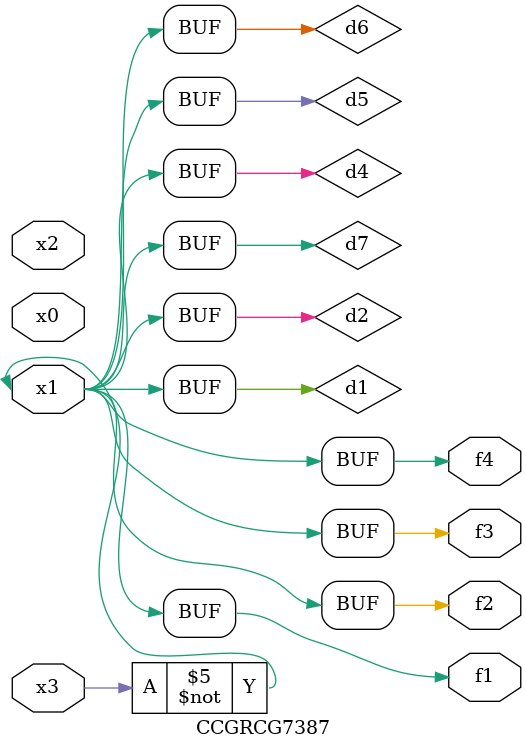
<source format=v>
module CCGRCG7387(
	input x0, x1, x2, x3,
	output f1, f2, f3, f4
);

	wire d1, d2, d3, d4, d5, d6, d7;

	not (d1, x3);
	buf (d2, x1);
	xnor (d3, d1, d2);
	nor (d4, d1);
	buf (d5, d1, d2);
	buf (d6, d4, d5);
	nand (d7, d4);
	assign f1 = d6;
	assign f2 = d7;
	assign f3 = d6;
	assign f4 = d6;
endmodule

</source>
